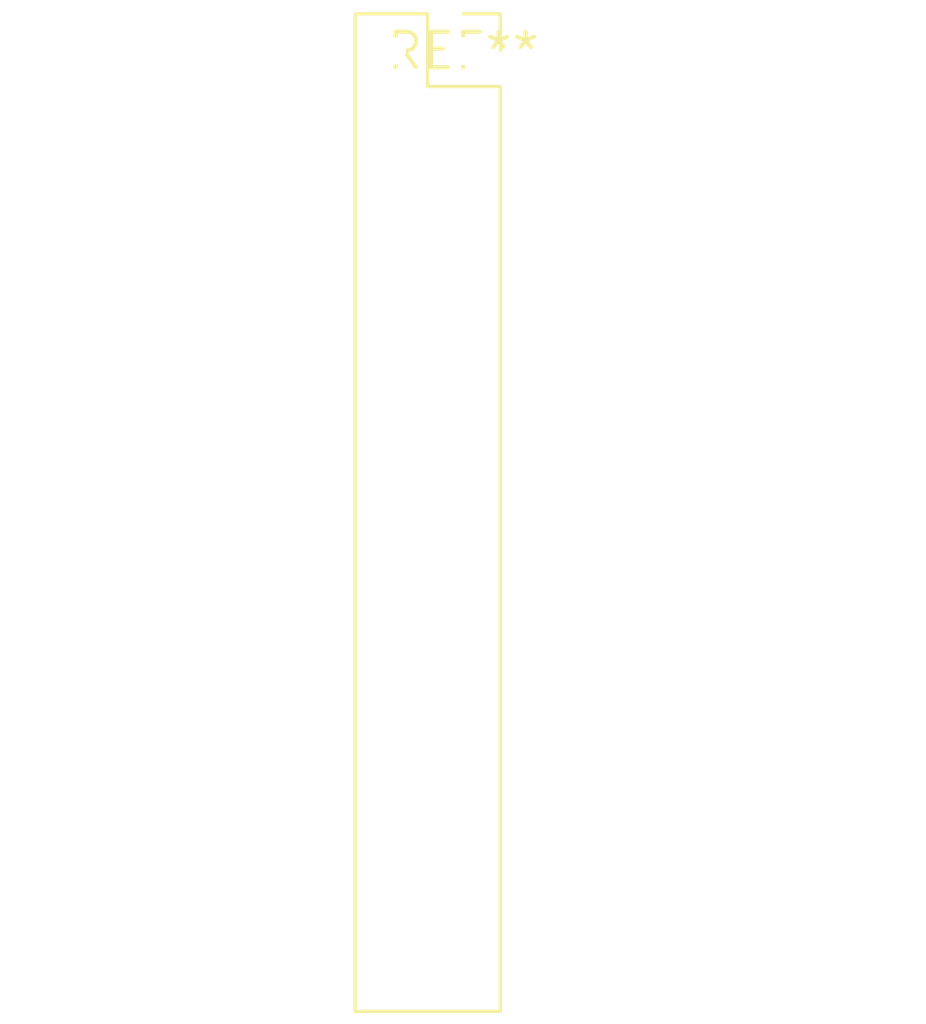
<source format=kicad_pcb>
(kicad_pcb (version 20240108) (generator pcbnew)
  (layers (0 "F.Cu" signal) (31 "B.Cu" signal) (34 "B.Paste" user) (35 "F.Paste" user) (36 "B.SilkS" user "B.Silkscreen") (37 "F.SilkS" user "F.Silkscreen") (38 "B.Mask" user) (39 "F.Mask" user) (44 "Edge.Cuts" user))
  (net 0 "")
  (footprint "PinSocket_2x14_P2.54mm_Vertical" (layer "F.Cu") (at 0 0)
    (property "Reference" "REF**")
    (property "Value" "PinSocket_2x14_P2.54mm_Vertical")
    (fp_line (start -3.87 -1.33) (end -3.87 34.35) (layer "F.SilkS") (stroke (width 0.12)))
    (fp_line (start -3.87 -1.33) (end -1.27 -1.33) (layer "F.SilkS") (stroke (width 0.12)))
    (fp_line (start -3.87 34.35) (end 1.33 34.35) (layer "F.SilkS") (stroke (width 0.12)))
    (fp_line (start -1.27 -1.33) (end -1.27 1.27) (layer "F.SilkS") (stroke (width 0.12)))
    (fp_line (start -1.27 1.27) (end 1.33 1.27) (layer "F.SilkS") (stroke (width 0.12)))
    (fp_line (start 0 -1.33) (end 1.33 -1.33) (layer "F.SilkS") (stroke (width 0.12)))
    (fp_line (start 1.33 -1.33) (end 1.33 0) (layer "F.SilkS") (stroke (width 0.12)))
    (fp_line (start 1.33 1.27) (end 1.33 34.35) (layer "F.SilkS") (stroke (width 0.12)))
    (pad "1" thru_hole rect (at 0 0) (size 1.7 1.7) (drill 1) (layers *.Cu *.Mask) (remove_unused_layers))
    (pad "2" thru_hole oval (at -2.54 0) (size 1.7 1.7) (drill 1) (layers *.Cu *.Mask) (remove_unused_layers))
    (pad "3" thru_hole oval (at 0 2.54) (size 1.7 1.7) (drill 1) (layers *.Cu *.Mask) (remove_unused_layers))
    (pad "4" thru_hole oval (at -2.54 2.54) (size 1.7 1.7) (drill 1) (layers *.Cu *.Mask) (remove_unused_layers))
    (pad "5" thru_hole oval (at 0 5.08) (size 1.7 1.7) (drill 1) (layers *.Cu *.Mask) (remove_unused_layers))
    (pad "6" thru_hole oval (at -2.54 5.08) (size 1.7 1.7) (drill 1) (layers *.Cu *.Mask) (remove_unused_layers))
    (pad "7" thru_hole oval (at 0 7.62) (size 1.7 1.7) (drill 1) (layers *.Cu *.Mask) (remove_unused_layers))
    (pad "8" thru_hole oval (at -2.54 7.62) (size 1.7 1.7) (drill 1) (layers *.Cu *.Mask) (remove_unused_layers))
    (pad "9" thru_hole oval (at 0 10.16) (size 1.7 1.7) (drill 1) (layers *.Cu *.Mask) (remove_unused_layers))
    (pad "10" thru_hole oval (at -2.54 10.16) (size 1.7 1.7) (drill 1) (layers *.Cu *.Mask) (remove_unused_layers))
    (pad "11" thru_hole oval (at 0 12.7) (size 1.7 1.7) (drill 1) (layers *.Cu *.Mask) (remove_unused_layers))
    (pad "12" thru_hole oval (at -2.54 12.7) (size 1.7 1.7) (drill 1) (layers *.Cu *.Mask) (remove_unused_layers))
    (pad "13" thru_hole oval (at 0 15.24) (size 1.7 1.7) (drill 1) (layers *.Cu *.Mask) (remove_unused_layers))
    (pad "14" thru_hole oval (at -2.54 15.24) (size 1.7 1.7) (drill 1) (layers *.Cu *.Mask) (remove_unused_layers))
    (pad "15" thru_hole oval (at 0 17.78) (size 1.7 1.7) (drill 1) (layers *.Cu *.Mask) (remove_unused_layers))
    (pad "16" thru_hole oval (at -2.54 17.78) (size 1.7 1.7) (drill 1) (layers *.Cu *.Mask) (remove_unused_layers))
    (pad "17" thru_hole oval (at 0 20.32) (size 1.7 1.7) (drill 1) (layers *.Cu *.Mask) (remove_unused_layers))
    (pad "18" thru_hole oval (at -2.54 20.32) (size 1.7 1.7) (drill 1) (layers *.Cu *.Mask) (remove_unused_layers))
    (pad "19" thru_hole oval (at 0 22.86) (size 1.7 1.7) (drill 1) (layers *.Cu *.Mask) (remove_unused_layers))
    (pad "20" thru_hole oval (at -2.54 22.86) (size 1.7 1.7) (drill 1) (layers *.Cu *.Mask) (remove_unused_layers))
    (pad "21" thru_hole oval (at 0 25.4) (size 1.7 1.7) (drill 1) (layers *.Cu *.Mask) (remove_unused_layers))
    (pad "22" thru_hole oval (at -2.54 25.4) (size 1.7 1.7) (drill 1) (layers *.Cu *.Mask) (remove_unused_layers))
    (pad "23" thru_hole oval (at 0 27.94) (size 1.7 1.7) (drill 1) (layers *.Cu *.Mask) (remove_unused_layers))
    (pad "24" thru_hole oval (at -2.54 27.94) (size 1.7 1.7) (drill 1) (layers *.Cu *.Mask) (remove_unused_layers))
    (pad "25" thru_hole oval (at 0 30.48) (size 1.7 1.7) (drill 1) (layers *.Cu *.Mask) (remove_unused_layers))
    (pad "26" thru_hole oval (at -2.54 30.48) (size 1.7 1.7) (drill 1) (layers *.Cu *.Mask) (remove_unused_layers))
    (pad "27" thru_hole oval (at 0 33.02) (size 1.7 1.7) (drill 1) (layers *.Cu *.Mask) (remove_unused_layers))
    (pad "28" thru_hole oval (at -2.54 33.02) (size 1.7 1.7) (drill 1) (layers *.Cu *.Mask) (remove_unused_layers))
  )
)
</source>
